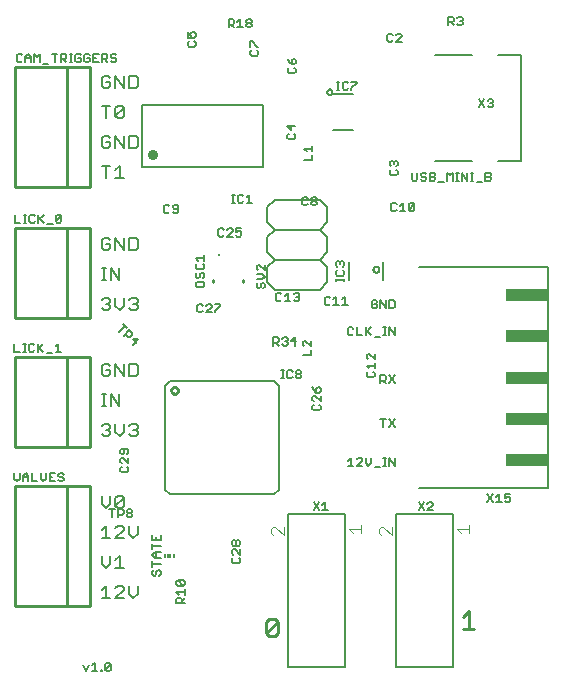
<source format=gbr>
G04 EAGLE Gerber RS-274X export*
G75*
%MOMM*%
%FSLAX34Y34*%
%LPD*%
%INSilkscreen Top*%
%IPPOS*%
%AMOC8*
5,1,8,0,0,1.08239X$1,22.5*%
G01*
%ADD10C,0.203200*%
%ADD11C,0.127000*%
%ADD12C,0.279400*%
%ADD13C,0.884400*%
%ADD14C,0.152400*%
%ADD15C,0.254000*%
%ADD16C,0.282838*%
%ADD17C,0.076200*%
%ADD18R,0.150000X0.300000*%
%ADD19R,0.300000X0.300000*%
%ADD20R,3.675000X1.050000*%


D10*
X80775Y422656D02*
X80775Y433333D01*
X77216Y433333D02*
X84334Y433333D01*
X88910Y429774D02*
X92469Y433333D01*
X92469Y422656D01*
X88910Y422656D02*
X96028Y422656D01*
X80775Y473456D02*
X80775Y484133D01*
X77216Y484133D02*
X84334Y484133D01*
X88910Y482354D02*
X88910Y475236D01*
X88910Y482354D02*
X90689Y484133D01*
X94249Y484133D01*
X96028Y482354D01*
X96028Y475236D01*
X94249Y473456D01*
X90689Y473456D01*
X88910Y475236D01*
X96028Y482354D01*
X84334Y507754D02*
X82555Y509533D01*
X78996Y509533D01*
X77216Y507754D01*
X77216Y500636D01*
X78996Y498856D01*
X82555Y498856D01*
X84334Y500636D01*
X84334Y504195D01*
X80775Y504195D01*
X88910Y509533D02*
X88910Y498856D01*
X96028Y498856D02*
X88910Y509533D01*
X96028Y509533D02*
X96028Y498856D01*
X100604Y498856D02*
X100604Y509533D01*
X100604Y498856D02*
X105943Y498856D01*
X107722Y500636D01*
X107722Y507754D01*
X105943Y509533D01*
X100604Y509533D01*
X82555Y458733D02*
X84334Y456954D01*
X82555Y458733D02*
X78996Y458733D01*
X77216Y456954D01*
X77216Y449836D01*
X78996Y448056D01*
X82555Y448056D01*
X84334Y449836D01*
X84334Y453395D01*
X80775Y453395D01*
X88910Y458733D02*
X88910Y448056D01*
X96028Y448056D02*
X88910Y458733D01*
X96028Y458733D02*
X96028Y448056D01*
X100604Y448056D02*
X100604Y458733D01*
X100604Y448056D02*
X105943Y448056D01*
X107722Y449836D01*
X107722Y456954D01*
X105943Y458733D01*
X100604Y458733D01*
X82555Y372373D02*
X84334Y370594D01*
X82555Y372373D02*
X78996Y372373D01*
X77216Y370594D01*
X77216Y363476D01*
X78996Y361696D01*
X82555Y361696D01*
X84334Y363476D01*
X84334Y367035D01*
X80775Y367035D01*
X88910Y372373D02*
X88910Y361696D01*
X96028Y361696D02*
X88910Y372373D01*
X96028Y372373D02*
X96028Y361696D01*
X100604Y361696D02*
X100604Y372373D01*
X100604Y361696D02*
X105943Y361696D01*
X107722Y363476D01*
X107722Y370594D01*
X105943Y372373D01*
X100604Y372373D01*
X80775Y336296D02*
X77216Y336296D01*
X78996Y336296D02*
X78996Y346973D01*
X80775Y346973D02*
X77216Y346973D01*
X85012Y346973D02*
X85012Y336296D01*
X92130Y336296D02*
X85012Y346973D01*
X92130Y346973D02*
X92130Y336296D01*
X78996Y321573D02*
X77216Y319794D01*
X78996Y321573D02*
X82555Y321573D01*
X84334Y319794D01*
X84334Y318014D01*
X82555Y316235D01*
X80775Y316235D01*
X82555Y316235D02*
X84334Y314455D01*
X84334Y312676D01*
X82555Y310896D01*
X78996Y310896D01*
X77216Y312676D01*
X88910Y314455D02*
X88910Y321573D01*
X88910Y314455D02*
X92469Y310896D01*
X96028Y314455D01*
X96028Y321573D01*
X100604Y319794D02*
X102383Y321573D01*
X105943Y321573D01*
X107722Y319794D01*
X107722Y318014D01*
X105943Y316235D01*
X104163Y316235D01*
X105943Y316235D02*
X107722Y314455D01*
X107722Y312676D01*
X105943Y310896D01*
X102383Y310896D01*
X100604Y312676D01*
X82555Y265693D02*
X84334Y263914D01*
X82555Y265693D02*
X78996Y265693D01*
X77216Y263914D01*
X77216Y256796D01*
X78996Y255016D01*
X82555Y255016D01*
X84334Y256796D01*
X84334Y260355D01*
X80775Y260355D01*
X88910Y265693D02*
X88910Y255016D01*
X96028Y255016D02*
X88910Y265693D01*
X96028Y265693D02*
X96028Y255016D01*
X100604Y255016D02*
X100604Y265693D01*
X100604Y255016D02*
X105943Y255016D01*
X107722Y256796D01*
X107722Y263914D01*
X105943Y265693D01*
X100604Y265693D01*
X80775Y229616D02*
X77216Y229616D01*
X78996Y229616D02*
X78996Y240293D01*
X80775Y240293D02*
X77216Y240293D01*
X85012Y240293D02*
X85012Y229616D01*
X92130Y229616D02*
X85012Y240293D01*
X92130Y240293D02*
X92130Y229616D01*
X78996Y214893D02*
X77216Y213114D01*
X78996Y214893D02*
X82555Y214893D01*
X84334Y213114D01*
X84334Y211334D01*
X82555Y209555D01*
X80775Y209555D01*
X82555Y209555D02*
X84334Y207775D01*
X84334Y205996D01*
X82555Y204216D01*
X78996Y204216D01*
X77216Y205996D01*
X88910Y207775D02*
X88910Y214893D01*
X88910Y207775D02*
X92469Y204216D01*
X96028Y207775D01*
X96028Y214893D01*
X100604Y213114D02*
X102383Y214893D01*
X105943Y214893D01*
X107722Y213114D01*
X107722Y211334D01*
X105943Y209555D01*
X104163Y209555D01*
X105943Y209555D02*
X107722Y207775D01*
X107722Y205996D01*
X105943Y204216D01*
X102383Y204216D01*
X100604Y205996D01*
X77216Y153933D02*
X77216Y146815D01*
X80775Y143256D01*
X84334Y146815D01*
X84334Y153933D01*
X88910Y152154D02*
X88910Y145036D01*
X88910Y152154D02*
X90689Y153933D01*
X94249Y153933D01*
X96028Y152154D01*
X96028Y145036D01*
X94249Y143256D01*
X90689Y143256D01*
X88910Y145036D01*
X96028Y152154D01*
X80775Y128533D02*
X77216Y124974D01*
X80775Y128533D02*
X80775Y117856D01*
X77216Y117856D02*
X84334Y117856D01*
X88910Y117856D02*
X96028Y117856D01*
X88910Y117856D02*
X96028Y124974D01*
X96028Y126754D01*
X94249Y128533D01*
X90689Y128533D01*
X88910Y126754D01*
X100604Y128533D02*
X100604Y121415D01*
X104163Y117856D01*
X107722Y121415D01*
X107722Y128533D01*
X77216Y103133D02*
X77216Y96015D01*
X80775Y92456D01*
X84334Y96015D01*
X84334Y103133D01*
X88910Y99574D02*
X92469Y103133D01*
X92469Y92456D01*
X88910Y92456D02*
X96028Y92456D01*
X80775Y77733D02*
X77216Y74174D01*
X80775Y77733D02*
X80775Y67056D01*
X77216Y67056D02*
X84334Y67056D01*
X88910Y67056D02*
X96028Y67056D01*
X88910Y67056D02*
X96028Y74174D01*
X96028Y75954D01*
X94249Y77733D01*
X90689Y77733D01*
X88910Y75954D01*
X100604Y77733D02*
X100604Y70615D01*
X104163Y67056D01*
X107722Y70615D01*
X107722Y77733D01*
D11*
X290461Y295407D02*
X289317Y296551D01*
X287029Y296551D01*
X285885Y295407D01*
X285885Y290831D01*
X287029Y289687D01*
X289317Y289687D01*
X290461Y290831D01*
X293369Y289687D02*
X293369Y296551D01*
X293369Y289687D02*
X297945Y289687D01*
X300853Y289687D02*
X300853Y296551D01*
X300853Y291975D02*
X305429Y296551D01*
X301997Y293119D02*
X305429Y289687D01*
X308337Y288543D02*
X312913Y288543D01*
X315821Y289687D02*
X318109Y289687D01*
X316965Y289687D02*
X316965Y296551D01*
X315821Y296551D02*
X318109Y296551D01*
X320811Y296551D02*
X320811Y289687D01*
X325387Y289687D02*
X320811Y296551D01*
X325387Y296551D02*
X325387Y289687D01*
X310418Y318267D02*
X309274Y319411D01*
X306987Y319411D01*
X305843Y318267D01*
X305843Y313691D01*
X306987Y312547D01*
X309274Y312547D01*
X310418Y313691D01*
X310418Y315979D01*
X308130Y315979D01*
X313327Y312547D02*
X313327Y319411D01*
X317903Y312547D01*
X317903Y319411D01*
X320811Y319411D02*
X320811Y312547D01*
X324243Y312547D01*
X325387Y313691D01*
X325387Y318267D01*
X324243Y319411D01*
X320811Y319411D01*
X315615Y219081D02*
X315615Y212217D01*
X313327Y219081D02*
X317903Y219081D01*
X320811Y219081D02*
X325387Y212217D01*
X320811Y212217D02*
X325387Y219081D01*
X313327Y249047D02*
X313327Y255911D01*
X316759Y255911D01*
X317903Y254767D01*
X317903Y252479D01*
X316759Y251335D01*
X313327Y251335D01*
X315615Y251335D02*
X317903Y249047D01*
X320811Y255911D02*
X325387Y249047D01*
X320811Y249047D02*
X325387Y255911D01*
X288173Y186061D02*
X285885Y183773D01*
X288173Y186061D02*
X288173Y179197D01*
X285885Y179197D02*
X290461Y179197D01*
X293369Y179197D02*
X297945Y179197D01*
X293369Y179197D02*
X297945Y183773D01*
X297945Y184917D01*
X296801Y186061D01*
X294513Y186061D01*
X293369Y184917D01*
X300853Y186061D02*
X300853Y181485D01*
X303141Y179197D01*
X305429Y181485D01*
X305429Y186061D01*
X308337Y178053D02*
X312913Y178053D01*
X315821Y179197D02*
X318109Y179197D01*
X316965Y179197D02*
X316965Y186061D01*
X315821Y186061D02*
X318109Y186061D01*
X320811Y186061D02*
X320811Y179197D01*
X325387Y179197D02*
X320811Y186061D01*
X325387Y186061D02*
X325387Y179197D01*
D12*
X216281Y47424D02*
X216281Y37425D01*
X216281Y47424D02*
X218781Y49924D01*
X223780Y49924D01*
X226280Y47424D01*
X226280Y37425D01*
X223780Y34925D01*
X218781Y34925D01*
X216281Y37425D01*
X226280Y47424D01*
X382905Y51528D02*
X387905Y56528D01*
X387905Y41529D01*
X392904Y41529D02*
X382905Y41529D01*
D11*
X63883Y5715D02*
X61595Y10291D01*
X66171Y10291D02*
X63883Y5715D01*
X69079Y10291D02*
X71367Y12579D01*
X71367Y5715D01*
X69079Y5715D02*
X73655Y5715D01*
X76563Y5715D02*
X76563Y6859D01*
X77707Y6859D01*
X77707Y5715D01*
X76563Y5715D01*
X80305Y6859D02*
X80305Y11435D01*
X81449Y12579D01*
X83737Y12579D01*
X84881Y11435D01*
X84881Y6859D01*
X83737Y5715D01*
X81449Y5715D01*
X80305Y6859D01*
X84881Y11435D01*
D13*
X120560Y442220D03*
D10*
X111560Y432470D02*
X213560Y432470D01*
X213560Y484470D01*
X111560Y484470D01*
X111560Y432470D01*
D11*
X187456Y402107D02*
X189744Y402107D01*
X188600Y402107D02*
X188600Y408971D01*
X187456Y408971D02*
X189744Y408971D01*
X195878Y408971D02*
X197022Y407827D01*
X195878Y408971D02*
X193590Y408971D01*
X192446Y407827D01*
X192446Y403251D01*
X193590Y402107D01*
X195878Y402107D01*
X197022Y403251D01*
X199930Y406683D02*
X202218Y408971D01*
X202218Y402107D01*
X199930Y402107D02*
X204506Y402107D01*
X412460Y437450D02*
X432460Y437450D01*
X432460Y527450D01*
X412460Y527450D01*
X390460Y437450D02*
X359460Y437450D01*
X359460Y527450D02*
X390460Y527450D01*
X396537Y489671D02*
X401113Y482807D01*
X396537Y482807D02*
X401113Y489671D01*
X404021Y488527D02*
X405165Y489671D01*
X407453Y489671D01*
X408597Y488527D01*
X408597Y487383D01*
X407453Y486239D01*
X406309Y486239D01*
X407453Y486239D02*
X408597Y485095D01*
X408597Y483951D01*
X407453Y482807D01*
X405165Y482807D01*
X404021Y483951D01*
X339875Y427465D02*
X339875Y421745D01*
X341019Y420601D01*
X343307Y420601D01*
X344451Y421745D01*
X344451Y427465D01*
X350791Y427465D02*
X351935Y426321D01*
X350791Y427465D02*
X348503Y427465D01*
X347359Y426321D01*
X347359Y425177D01*
X348503Y424033D01*
X350791Y424033D01*
X351935Y422889D01*
X351935Y421745D01*
X350791Y420601D01*
X348503Y420601D01*
X347359Y421745D01*
X354843Y420601D02*
X354843Y427465D01*
X358275Y427465D01*
X359419Y426321D01*
X359419Y425177D01*
X358275Y424033D01*
X359419Y422889D01*
X359419Y421745D01*
X358275Y420601D01*
X354843Y420601D01*
X354843Y424033D02*
X358275Y424033D01*
X362327Y419457D02*
X366903Y419457D01*
X369812Y420601D02*
X369812Y427465D01*
X372099Y425177D01*
X374387Y427465D01*
X374387Y420601D01*
X377296Y420601D02*
X379584Y420601D01*
X378440Y420601D02*
X378440Y427465D01*
X377296Y427465D02*
X379584Y427465D01*
X382285Y427465D02*
X382285Y420601D01*
X386861Y420601D02*
X382285Y427465D01*
X386861Y427465D02*
X386861Y420601D01*
X389769Y420601D02*
X392057Y420601D01*
X390913Y420601D02*
X390913Y427465D01*
X389769Y427465D02*
X392057Y427465D01*
X394759Y419457D02*
X399335Y419457D01*
X402243Y420601D02*
X402243Y427465D01*
X405675Y427465D01*
X406819Y426321D01*
X406819Y425177D01*
X405675Y424033D01*
X406819Y422889D01*
X406819Y421745D01*
X405675Y420601D01*
X402243Y420601D01*
X402243Y424033D02*
X405675Y424033D01*
D14*
X268372Y334922D02*
X262022Y328572D01*
X268372Y347622D02*
X262022Y353972D01*
X268372Y360322D01*
X268372Y373022D02*
X262022Y379372D01*
X262022Y328572D02*
X223922Y328572D01*
X217572Y334922D01*
X217572Y347622D01*
X223922Y353972D01*
X217572Y360322D01*
X217572Y373022D01*
X223922Y379372D01*
X223922Y353972D02*
X262022Y353972D01*
X262022Y379372D02*
X223922Y379372D01*
X268372Y373022D02*
X268372Y360322D01*
X268372Y347622D02*
X268372Y334922D01*
X262022Y379372D02*
X268372Y385722D01*
X268372Y398422D02*
X262022Y404772D01*
X223922Y379372D02*
X217572Y385722D01*
X217572Y398422D01*
X223922Y404772D01*
X262022Y404772D01*
X268372Y398422D02*
X268372Y385722D01*
D11*
X209651Y334398D02*
X208507Y333254D01*
X208507Y330967D01*
X209651Y329823D01*
X210795Y329823D01*
X211939Y330967D01*
X211939Y333254D01*
X213083Y334398D01*
X214227Y334398D01*
X215371Y333254D01*
X215371Y330967D01*
X214227Y329823D01*
X213083Y337307D02*
X208507Y337307D01*
X213083Y337307D02*
X215371Y339595D01*
X213083Y341883D01*
X208507Y341883D01*
X215371Y344791D02*
X215371Y349367D01*
X215371Y344791D02*
X210795Y349367D01*
X209651Y349367D01*
X208507Y348223D01*
X208507Y345935D01*
X209651Y344791D01*
X222670Y288047D02*
X222670Y281183D01*
X222670Y288047D02*
X226102Y288047D01*
X227246Y286903D01*
X227246Y284615D01*
X226102Y283471D01*
X222670Y283471D01*
X224958Y283471D02*
X227246Y281183D01*
X230154Y286903D02*
X231298Y288047D01*
X233586Y288047D01*
X234730Y286903D01*
X234730Y285759D01*
X233586Y284615D01*
X232442Y284615D01*
X233586Y284615D02*
X234730Y283471D01*
X234730Y282327D01*
X233586Y281183D01*
X231298Y281183D01*
X230154Y282327D01*
X241070Y281183D02*
X241070Y288047D01*
X237638Y284615D01*
X242214Y284615D01*
X256857Y230926D02*
X255713Y229782D01*
X255713Y227495D01*
X256857Y226351D01*
X261433Y226351D01*
X262577Y227495D01*
X262577Y229782D01*
X261433Y230926D01*
X262577Y233835D02*
X262577Y238411D01*
X262577Y233835D02*
X258001Y238411D01*
X256857Y238411D01*
X255713Y237267D01*
X255713Y234979D01*
X256857Y233835D01*
X256857Y243607D02*
X255713Y245895D01*
X256857Y243607D02*
X259145Y241319D01*
X261433Y241319D01*
X262577Y242463D01*
X262577Y244751D01*
X261433Y245895D01*
X260289Y245895D01*
X259145Y244751D01*
X259145Y241319D01*
X162878Y314897D02*
X161734Y316041D01*
X159447Y316041D01*
X158303Y314897D01*
X158303Y310321D01*
X159447Y309177D01*
X161734Y309177D01*
X162878Y310321D01*
X165787Y309177D02*
X170363Y309177D01*
X165787Y309177D02*
X170363Y313753D01*
X170363Y314897D01*
X169219Y316041D01*
X166931Y316041D01*
X165787Y314897D01*
X173271Y316041D02*
X177847Y316041D01*
X177847Y314897D01*
X173271Y310321D01*
X173271Y309177D01*
X188611Y101237D02*
X187467Y100093D01*
X187467Y97805D01*
X188611Y96661D01*
X193187Y96661D01*
X194331Y97805D01*
X194331Y100093D01*
X193187Y101237D01*
X194331Y104145D02*
X194331Y108721D01*
X194331Y104145D02*
X189755Y108721D01*
X188611Y108721D01*
X187467Y107577D01*
X187467Y105289D01*
X188611Y104145D01*
X188611Y111629D02*
X187467Y112773D01*
X187467Y115061D01*
X188611Y116205D01*
X189755Y116205D01*
X190899Y115061D01*
X192043Y116205D01*
X193187Y116205D01*
X194331Y115061D01*
X194331Y112773D01*
X193187Y111629D01*
X192043Y111629D01*
X190899Y112773D01*
X189755Y111629D01*
X188611Y111629D01*
X190899Y112773D02*
X190899Y115061D01*
X180610Y379159D02*
X179466Y380303D01*
X177179Y380303D01*
X176035Y379159D01*
X176035Y374583D01*
X177179Y373439D01*
X179466Y373439D01*
X180610Y374583D01*
X183519Y373439D02*
X188095Y373439D01*
X183519Y373439D02*
X188095Y378015D01*
X188095Y379159D01*
X186951Y380303D01*
X184663Y380303D01*
X183519Y379159D01*
X191003Y380303D02*
X195579Y380303D01*
X191003Y380303D02*
X191003Y376871D01*
X193291Y378015D01*
X194435Y378015D01*
X195579Y376871D01*
X195579Y374583D01*
X194435Y373439D01*
X192147Y373439D01*
X191003Y374583D01*
X94081Y178536D02*
X92937Y177392D01*
X92937Y175105D01*
X94081Y173961D01*
X98657Y173961D01*
X99801Y175105D01*
X99801Y177392D01*
X98657Y178536D01*
X99801Y181445D02*
X99801Y186021D01*
X99801Y181445D02*
X95225Y186021D01*
X94081Y186021D01*
X92937Y184877D01*
X92937Y182589D01*
X94081Y181445D01*
X98657Y188929D02*
X99801Y190073D01*
X99801Y192361D01*
X98657Y193505D01*
X94081Y193505D01*
X92937Y192361D01*
X92937Y190073D01*
X94081Y188929D01*
X95225Y188929D01*
X96369Y190073D01*
X96369Y193505D01*
D10*
X131070Y247200D02*
X135070Y251200D01*
X223070Y251200D01*
X227070Y247200D01*
X227070Y159200D01*
X223070Y155200D01*
X135070Y155200D01*
X131070Y159200D01*
X131070Y247200D01*
D15*
X136243Y243200D02*
X136245Y243306D01*
X136251Y243411D01*
X136261Y243517D01*
X136275Y243621D01*
X136292Y243726D01*
X136314Y243829D01*
X136339Y243932D01*
X136369Y244033D01*
X136402Y244134D01*
X136438Y244233D01*
X136479Y244330D01*
X136523Y244427D01*
X136571Y244521D01*
X136622Y244614D01*
X136676Y244704D01*
X136734Y244793D01*
X136795Y244879D01*
X136860Y244963D01*
X136927Y245044D01*
X136998Y245123D01*
X137071Y245199D01*
X137147Y245272D01*
X137226Y245343D01*
X137307Y245410D01*
X137391Y245475D01*
X137477Y245536D01*
X137566Y245594D01*
X137657Y245648D01*
X137749Y245699D01*
X137843Y245747D01*
X137940Y245791D01*
X138037Y245832D01*
X138136Y245868D01*
X138237Y245901D01*
X138338Y245931D01*
X138441Y245956D01*
X138544Y245978D01*
X138649Y245995D01*
X138753Y246009D01*
X138859Y246019D01*
X138964Y246025D01*
X139070Y246027D01*
X139176Y246025D01*
X139281Y246019D01*
X139387Y246009D01*
X139491Y245995D01*
X139596Y245978D01*
X139699Y245956D01*
X139802Y245931D01*
X139903Y245901D01*
X140004Y245868D01*
X140103Y245832D01*
X140200Y245791D01*
X140297Y245747D01*
X140391Y245699D01*
X140484Y245648D01*
X140574Y245594D01*
X140663Y245536D01*
X140749Y245475D01*
X140833Y245410D01*
X140914Y245343D01*
X140993Y245272D01*
X141069Y245199D01*
X141142Y245123D01*
X141213Y245044D01*
X141280Y244963D01*
X141345Y244879D01*
X141406Y244793D01*
X141464Y244704D01*
X141518Y244613D01*
X141569Y244521D01*
X141617Y244427D01*
X141661Y244330D01*
X141702Y244233D01*
X141738Y244134D01*
X141771Y244033D01*
X141801Y243932D01*
X141826Y243829D01*
X141848Y243726D01*
X141865Y243621D01*
X141879Y243517D01*
X141889Y243411D01*
X141895Y243306D01*
X141897Y243200D01*
X141895Y243094D01*
X141889Y242989D01*
X141879Y242883D01*
X141865Y242779D01*
X141848Y242674D01*
X141826Y242571D01*
X141801Y242468D01*
X141771Y242367D01*
X141738Y242266D01*
X141702Y242167D01*
X141661Y242070D01*
X141617Y241973D01*
X141569Y241879D01*
X141518Y241786D01*
X141464Y241696D01*
X141406Y241607D01*
X141345Y241521D01*
X141280Y241437D01*
X141213Y241356D01*
X141142Y241277D01*
X141069Y241201D01*
X140993Y241128D01*
X140914Y241057D01*
X140833Y240990D01*
X140749Y240925D01*
X140663Y240864D01*
X140574Y240806D01*
X140483Y240752D01*
X140391Y240701D01*
X140297Y240653D01*
X140200Y240609D01*
X140103Y240568D01*
X140004Y240532D01*
X139903Y240499D01*
X139802Y240469D01*
X139699Y240444D01*
X139596Y240422D01*
X139491Y240405D01*
X139387Y240391D01*
X139281Y240381D01*
X139176Y240375D01*
X139070Y240373D01*
X138964Y240375D01*
X138859Y240381D01*
X138753Y240391D01*
X138649Y240405D01*
X138544Y240422D01*
X138441Y240444D01*
X138338Y240469D01*
X138237Y240499D01*
X138136Y240532D01*
X138037Y240568D01*
X137940Y240609D01*
X137843Y240653D01*
X137749Y240701D01*
X137656Y240752D01*
X137566Y240806D01*
X137477Y240864D01*
X137391Y240925D01*
X137307Y240990D01*
X137226Y241057D01*
X137147Y241128D01*
X137071Y241201D01*
X136998Y241277D01*
X136927Y241356D01*
X136860Y241437D01*
X136795Y241521D01*
X136734Y241607D01*
X136676Y241696D01*
X136622Y241787D01*
X136571Y241879D01*
X136523Y241973D01*
X136479Y242070D01*
X136438Y242167D01*
X136402Y242266D01*
X136369Y242367D01*
X136339Y242468D01*
X136314Y242571D01*
X136292Y242674D01*
X136275Y242779D01*
X136261Y242883D01*
X136251Y242989D01*
X136245Y243094D01*
X136243Y243200D01*
D11*
X229287Y253351D02*
X231575Y253351D01*
X230431Y253351D02*
X230431Y260215D01*
X229287Y260215D02*
X231575Y260215D01*
X237708Y260215D02*
X238852Y259071D01*
X237708Y260215D02*
X235420Y260215D01*
X234276Y259071D01*
X234276Y254495D01*
X235420Y253351D01*
X237708Y253351D01*
X238852Y254495D01*
X241761Y259071D02*
X242905Y260215D01*
X245193Y260215D01*
X246337Y259071D01*
X246337Y257927D01*
X245193Y256783D01*
X246337Y255639D01*
X246337Y254495D01*
X245193Y253351D01*
X242905Y253351D01*
X241761Y254495D01*
X241761Y255639D01*
X242905Y256783D01*
X241761Y257927D01*
X241761Y259071D01*
X242905Y256783D02*
X245193Y256783D01*
X203123Y530007D02*
X204267Y531151D01*
X203123Y530007D02*
X203123Y527719D01*
X204267Y526575D01*
X208843Y526575D01*
X209987Y527719D01*
X209987Y530007D01*
X208843Y531151D01*
X203123Y534059D02*
X203123Y538635D01*
X204267Y538635D01*
X208843Y534059D01*
X209987Y534059D01*
X151181Y538771D02*
X150037Y537627D01*
X150037Y535339D01*
X151181Y534195D01*
X155757Y534195D01*
X156901Y535339D01*
X156901Y537627D01*
X155757Y538771D01*
X150037Y541679D02*
X150037Y546255D01*
X150037Y541679D02*
X153469Y541679D01*
X152325Y543967D01*
X152325Y545111D01*
X153469Y546255D01*
X155757Y546255D01*
X156901Y545111D01*
X156901Y542823D01*
X155757Y541679D01*
X250633Y406721D02*
X251777Y405577D01*
X250633Y406721D02*
X248345Y406721D01*
X247201Y405577D01*
X247201Y401001D01*
X248345Y399857D01*
X250633Y399857D01*
X251777Y401001D01*
X254685Y405577D02*
X255829Y406721D01*
X258117Y406721D01*
X259261Y405577D01*
X259261Y404433D01*
X258117Y403289D01*
X259261Y402145D01*
X259261Y401001D01*
X258117Y399857D01*
X255829Y399857D01*
X254685Y401001D01*
X254685Y402145D01*
X255829Y403289D01*
X254685Y404433D01*
X254685Y405577D01*
X255829Y403289D02*
X258117Y403289D01*
X134563Y399195D02*
X133419Y400339D01*
X131131Y400339D01*
X129987Y399195D01*
X129987Y394619D01*
X131131Y393475D01*
X133419Y393475D01*
X134563Y394619D01*
X137471Y394619D02*
X138615Y393475D01*
X140903Y393475D01*
X142047Y394619D01*
X142047Y399195D01*
X140903Y400339D01*
X138615Y400339D01*
X137471Y399195D01*
X137471Y398051D01*
X138615Y396907D01*
X142047Y396907D01*
X321069Y428783D02*
X322213Y429927D01*
X321069Y428783D02*
X321069Y426495D01*
X322213Y425351D01*
X326789Y425351D01*
X327933Y426495D01*
X327933Y428783D01*
X326789Y429927D01*
X322213Y432835D02*
X321069Y433979D01*
X321069Y436267D01*
X322213Y437411D01*
X323357Y437411D01*
X324501Y436267D01*
X324501Y435123D01*
X324501Y436267D02*
X325645Y437411D01*
X326789Y437411D01*
X327933Y436267D01*
X327933Y433979D01*
X326789Y432835D01*
X235523Y460539D02*
X234379Y459395D01*
X234379Y457107D01*
X235523Y455963D01*
X240099Y455963D01*
X241243Y457107D01*
X241243Y459395D01*
X240099Y460539D01*
X241243Y466879D02*
X234379Y466879D01*
X237811Y463447D01*
X237811Y468023D01*
X234633Y515227D02*
X235777Y516371D01*
X234633Y515227D02*
X234633Y512939D01*
X235777Y511795D01*
X240353Y511795D01*
X241497Y512939D01*
X241497Y515227D01*
X240353Y516371D01*
X235777Y521567D02*
X234633Y523855D01*
X235777Y521567D02*
X238065Y519279D01*
X240353Y519279D01*
X241497Y520423D01*
X241497Y522711D01*
X240353Y523855D01*
X239209Y523855D01*
X238065Y522711D01*
X238065Y519279D01*
X248735Y438085D02*
X255599Y438085D01*
X255599Y442661D01*
X251023Y445569D02*
X248735Y447857D01*
X255599Y447857D01*
X255599Y445569D02*
X255599Y450145D01*
X323675Y544172D02*
X322531Y545316D01*
X320243Y545316D01*
X319099Y544172D01*
X319099Y539596D01*
X320243Y538452D01*
X322531Y538452D01*
X323675Y539596D01*
X326583Y538452D02*
X331159Y538452D01*
X326583Y538452D02*
X331159Y543028D01*
X331159Y544172D01*
X330015Y545316D01*
X327727Y545316D01*
X326583Y544172D01*
X184785Y550631D02*
X184785Y557495D01*
X188217Y557495D01*
X189361Y556351D01*
X189361Y554063D01*
X188217Y552919D01*
X184785Y552919D01*
X187073Y552919D02*
X189361Y550631D01*
X192269Y555207D02*
X194557Y557495D01*
X194557Y550631D01*
X192269Y550631D02*
X196845Y550631D01*
X199753Y556351D02*
X200897Y557495D01*
X203185Y557495D01*
X204329Y556351D01*
X204329Y555207D01*
X203185Y554063D01*
X204329Y552919D01*
X204329Y551775D01*
X203185Y550631D01*
X200897Y550631D01*
X199753Y551775D01*
X199753Y552919D01*
X200897Y554063D01*
X199753Y555207D01*
X199753Y556351D01*
X200897Y554063D02*
X203185Y554063D01*
X370763Y552410D02*
X370763Y559274D01*
X374195Y559274D01*
X375339Y558130D01*
X375339Y555842D01*
X374195Y554698D01*
X370763Y554698D01*
X373051Y554698D02*
X375339Y552410D01*
X378247Y558130D02*
X379391Y559274D01*
X381679Y559274D01*
X382823Y558130D01*
X382823Y556986D01*
X381679Y555842D01*
X380535Y555842D01*
X381679Y555842D02*
X382823Y554698D01*
X382823Y553554D01*
X381679Y552410D01*
X379391Y552410D01*
X378247Y553554D01*
D15*
X196904Y337042D02*
X196904Y335042D01*
X171904Y335042D02*
X171904Y337042D01*
D16*
X176404Y358042D03*
D11*
X156959Y334019D02*
X156959Y331731D01*
X158103Y330587D01*
X162679Y330587D01*
X163823Y331731D01*
X163823Y334019D01*
X162679Y335163D01*
X158103Y335163D01*
X156959Y334019D01*
X156959Y341503D02*
X158103Y342647D01*
X156959Y341503D02*
X156959Y339215D01*
X158103Y338071D01*
X159247Y338071D01*
X160391Y339215D01*
X160391Y341503D01*
X161535Y342647D01*
X162679Y342647D01*
X163823Y341503D01*
X163823Y339215D01*
X162679Y338071D01*
X156959Y348987D02*
X158103Y350131D01*
X156959Y348987D02*
X156959Y346699D01*
X158103Y345555D01*
X162679Y345555D01*
X163823Y346699D01*
X163823Y348987D01*
X162679Y350131D01*
X159247Y353039D02*
X156959Y355327D01*
X163823Y355327D01*
X163823Y353039D02*
X163823Y357615D01*
X269497Y322459D02*
X270641Y321315D01*
X269497Y322459D02*
X267209Y322459D01*
X266065Y321315D01*
X266065Y316739D01*
X267209Y315595D01*
X269497Y315595D01*
X270641Y316739D01*
X273549Y320171D02*
X275837Y322459D01*
X275837Y315595D01*
X273549Y315595D02*
X278125Y315595D01*
X281033Y320171D02*
X283321Y322459D01*
X283321Y315595D01*
X281033Y315595D02*
X285609Y315595D01*
D14*
X315220Y336360D02*
X315220Y351980D01*
X286770Y351980D02*
X286770Y336360D01*
D11*
X307340Y345440D02*
X307342Y345540D01*
X307348Y345641D01*
X307358Y345740D01*
X307372Y345840D01*
X307389Y345939D01*
X307411Y346037D01*
X307437Y346134D01*
X307466Y346230D01*
X307499Y346324D01*
X307536Y346418D01*
X307576Y346510D01*
X307620Y346600D01*
X307668Y346688D01*
X307719Y346775D01*
X307773Y346859D01*
X307831Y346941D01*
X307892Y347021D01*
X307956Y347098D01*
X308023Y347173D01*
X308093Y347245D01*
X308166Y347314D01*
X308241Y347380D01*
X308319Y347444D01*
X308399Y347504D01*
X308482Y347561D01*
X308567Y347614D01*
X308654Y347664D01*
X308743Y347711D01*
X308833Y347754D01*
X308925Y347794D01*
X309019Y347830D01*
X309114Y347862D01*
X309210Y347890D01*
X309308Y347915D01*
X309406Y347935D01*
X309505Y347952D01*
X309605Y347965D01*
X309704Y347974D01*
X309805Y347979D01*
X309905Y347980D01*
X310005Y347977D01*
X310106Y347970D01*
X310205Y347959D01*
X310305Y347944D01*
X310403Y347926D01*
X310501Y347903D01*
X310598Y347876D01*
X310693Y347846D01*
X310788Y347812D01*
X310881Y347774D01*
X310972Y347733D01*
X311062Y347688D01*
X311150Y347640D01*
X311236Y347588D01*
X311320Y347533D01*
X311401Y347474D01*
X311480Y347412D01*
X311557Y347348D01*
X311631Y347280D01*
X311702Y347209D01*
X311771Y347136D01*
X311836Y347060D01*
X311899Y346981D01*
X311958Y346900D01*
X312014Y346817D01*
X312067Y346732D01*
X312116Y346644D01*
X312162Y346555D01*
X312204Y346464D01*
X312243Y346371D01*
X312278Y346277D01*
X312309Y346182D01*
X312337Y346085D01*
X312360Y345988D01*
X312380Y345889D01*
X312396Y345790D01*
X312408Y345691D01*
X312416Y345590D01*
X312420Y345490D01*
X312420Y345390D01*
X312416Y345290D01*
X312408Y345189D01*
X312396Y345090D01*
X312380Y344991D01*
X312360Y344892D01*
X312337Y344795D01*
X312309Y344698D01*
X312278Y344603D01*
X312243Y344509D01*
X312204Y344416D01*
X312162Y344325D01*
X312116Y344236D01*
X312067Y344148D01*
X312014Y344063D01*
X311958Y343980D01*
X311899Y343899D01*
X311836Y343820D01*
X311771Y343744D01*
X311702Y343671D01*
X311631Y343600D01*
X311557Y343532D01*
X311480Y343468D01*
X311401Y343406D01*
X311320Y343347D01*
X311236Y343292D01*
X311150Y343240D01*
X311062Y343192D01*
X310972Y343147D01*
X310881Y343106D01*
X310788Y343068D01*
X310693Y343034D01*
X310598Y343004D01*
X310501Y342977D01*
X310403Y342954D01*
X310305Y342936D01*
X310205Y342921D01*
X310106Y342910D01*
X310005Y342903D01*
X309905Y342900D01*
X309805Y342901D01*
X309704Y342906D01*
X309605Y342915D01*
X309505Y342928D01*
X309406Y342945D01*
X309308Y342965D01*
X309210Y342990D01*
X309114Y343018D01*
X309019Y343050D01*
X308925Y343086D01*
X308833Y343126D01*
X308743Y343169D01*
X308654Y343216D01*
X308567Y343266D01*
X308482Y343319D01*
X308399Y343376D01*
X308319Y343436D01*
X308241Y343500D01*
X308166Y343566D01*
X308093Y343635D01*
X308023Y343707D01*
X307956Y343782D01*
X307892Y343859D01*
X307831Y343939D01*
X307773Y344021D01*
X307719Y344105D01*
X307668Y344192D01*
X307620Y344280D01*
X307576Y344370D01*
X307536Y344462D01*
X307499Y344556D01*
X307466Y344650D01*
X307437Y344746D01*
X307411Y344843D01*
X307389Y344941D01*
X307372Y345040D01*
X307358Y345140D01*
X307348Y345239D01*
X307342Y345340D01*
X307340Y345440D01*
X282573Y337695D02*
X282573Y335407D01*
X282573Y336551D02*
X275709Y336551D01*
X275709Y335407D02*
X275709Y337695D01*
X275709Y343828D02*
X276853Y344972D01*
X275709Y343828D02*
X275709Y341540D01*
X276853Y340396D01*
X281429Y340396D01*
X282573Y341540D01*
X282573Y343828D01*
X281429Y344972D01*
X276853Y347881D02*
X275709Y349025D01*
X275709Y351313D01*
X276853Y352457D01*
X277997Y352457D01*
X279141Y351313D01*
X279141Y350169D01*
X279141Y351313D02*
X280285Y352457D01*
X281429Y352457D01*
X282573Y351313D01*
X282573Y349025D01*
X281429Y347881D01*
X326928Y400817D02*
X325784Y401961D01*
X323497Y401961D01*
X322353Y400817D01*
X322353Y396241D01*
X323497Y395097D01*
X325784Y395097D01*
X326928Y396241D01*
X329837Y399673D02*
X332125Y401961D01*
X332125Y395097D01*
X329837Y395097D02*
X334413Y395097D01*
X337321Y396241D02*
X337321Y400817D01*
X338465Y401961D01*
X340753Y401961D01*
X341897Y400817D01*
X341897Y396241D01*
X340753Y395097D01*
X338465Y395097D01*
X337321Y396241D01*
X341897Y400817D01*
X302763Y258957D02*
X301619Y257813D01*
X301619Y255525D01*
X302763Y254381D01*
X307339Y254381D01*
X308483Y255525D01*
X308483Y257813D01*
X307339Y258957D01*
X303907Y261865D02*
X301619Y264153D01*
X308483Y264153D01*
X308483Y261865D02*
X308483Y266441D01*
X308483Y269349D02*
X308483Y273925D01*
X308483Y269349D02*
X303907Y273925D01*
X302763Y273925D01*
X301619Y272781D01*
X301619Y270493D01*
X302763Y269349D01*
D15*
X67310Y304800D02*
X67310Y381000D01*
X67310Y304800D02*
X48260Y304800D01*
X3810Y304800D01*
X3810Y381000D01*
X48260Y381000D01*
X67310Y381000D01*
X48260Y381000D02*
X48260Y304800D01*
D11*
X3697Y385107D02*
X3697Y391971D01*
X3697Y385107D02*
X8273Y385107D01*
X11181Y385107D02*
X13469Y385107D01*
X12325Y385107D02*
X12325Y391971D01*
X11181Y391971D02*
X13469Y391971D01*
X19603Y391971D02*
X20747Y390827D01*
X19603Y391971D02*
X17315Y391971D01*
X16171Y390827D01*
X16171Y386251D01*
X17315Y385107D01*
X19603Y385107D01*
X20747Y386251D01*
X23655Y385107D02*
X23655Y391971D01*
X23655Y387395D02*
X28231Y391971D01*
X24799Y388539D02*
X28231Y385107D01*
X31139Y383963D02*
X35715Y383963D01*
X38623Y386251D02*
X38623Y390827D01*
X39767Y391971D01*
X42055Y391971D01*
X43199Y390827D01*
X43199Y386251D01*
X42055Y385107D01*
X39767Y385107D01*
X38623Y386251D01*
X43199Y390827D01*
D15*
X67310Y271780D02*
X67310Y195580D01*
X48260Y195580D01*
X3810Y195580D01*
X3810Y271780D01*
X48260Y271780D01*
X67310Y271780D01*
X48260Y271780D02*
X48260Y195580D01*
D11*
X3333Y275865D02*
X3333Y282729D01*
X3333Y275865D02*
X7909Y275865D01*
X10817Y275865D02*
X13105Y275865D01*
X11961Y275865D02*
X11961Y282729D01*
X10817Y282729D02*
X13105Y282729D01*
X19239Y282729D02*
X20383Y281585D01*
X19239Y282729D02*
X16951Y282729D01*
X15807Y281585D01*
X15807Y277009D01*
X16951Y275865D01*
X19239Y275865D01*
X20383Y277009D01*
X23291Y275865D02*
X23291Y282729D01*
X23291Y278153D02*
X27867Y282729D01*
X24435Y279297D02*
X27867Y275865D01*
X30775Y274721D02*
X35351Y274721D01*
X38259Y280441D02*
X40547Y282729D01*
X40547Y275865D01*
X38259Y275865D02*
X42835Y275865D01*
X273440Y493790D02*
X290440Y493790D01*
X289940Y463790D02*
X273440Y463790D01*
X268204Y495790D02*
X268206Y495884D01*
X268212Y495978D01*
X268222Y496072D01*
X268236Y496165D01*
X268254Y496258D01*
X268275Y496350D01*
X268301Y496440D01*
X268330Y496530D01*
X268363Y496618D01*
X268400Y496705D01*
X268440Y496790D01*
X268484Y496874D01*
X268532Y496955D01*
X268582Y497035D01*
X268637Y497112D01*
X268694Y497187D01*
X268754Y497259D01*
X268818Y497329D01*
X268884Y497396D01*
X268953Y497460D01*
X269025Y497521D01*
X269099Y497579D01*
X269176Y497634D01*
X269255Y497686D01*
X269336Y497734D01*
X269419Y497779D01*
X269503Y497820D01*
X269590Y497858D01*
X269678Y497892D01*
X269767Y497922D01*
X269857Y497949D01*
X269949Y497971D01*
X270041Y497990D01*
X270135Y498005D01*
X270228Y498016D01*
X270322Y498023D01*
X270416Y498026D01*
X270511Y498025D01*
X270605Y498020D01*
X270699Y498011D01*
X270792Y497998D01*
X270885Y497981D01*
X270977Y497961D01*
X271068Y497936D01*
X271158Y497908D01*
X271246Y497876D01*
X271334Y497840D01*
X271419Y497800D01*
X271503Y497757D01*
X271585Y497711D01*
X271665Y497661D01*
X271743Y497607D01*
X271818Y497551D01*
X271891Y497491D01*
X271962Y497428D01*
X272029Y497363D01*
X272094Y497294D01*
X272156Y497223D01*
X272215Y497150D01*
X272271Y497074D01*
X272323Y496995D01*
X272372Y496915D01*
X272418Y496832D01*
X272460Y496748D01*
X272499Y496662D01*
X272534Y496574D01*
X272565Y496485D01*
X272593Y496395D01*
X272616Y496304D01*
X272636Y496212D01*
X272652Y496119D01*
X272664Y496025D01*
X272672Y495931D01*
X272676Y495837D01*
X272676Y495743D01*
X272672Y495649D01*
X272664Y495555D01*
X272652Y495461D01*
X272636Y495368D01*
X272616Y495276D01*
X272593Y495185D01*
X272565Y495095D01*
X272534Y495006D01*
X272499Y494918D01*
X272460Y494832D01*
X272418Y494748D01*
X272372Y494665D01*
X272323Y494585D01*
X272271Y494506D01*
X272215Y494430D01*
X272156Y494357D01*
X272094Y494286D01*
X272029Y494217D01*
X271962Y494152D01*
X271891Y494089D01*
X271818Y494029D01*
X271743Y493973D01*
X271665Y493919D01*
X271585Y493869D01*
X271503Y493823D01*
X271419Y493780D01*
X271334Y493740D01*
X271246Y493704D01*
X271158Y493672D01*
X271068Y493644D01*
X270977Y493619D01*
X270885Y493599D01*
X270792Y493582D01*
X270699Y493569D01*
X270605Y493560D01*
X270511Y493555D01*
X270416Y493554D01*
X270322Y493557D01*
X270228Y493564D01*
X270135Y493575D01*
X270041Y493590D01*
X269949Y493609D01*
X269857Y493631D01*
X269767Y493658D01*
X269678Y493688D01*
X269590Y493722D01*
X269503Y493760D01*
X269419Y493801D01*
X269336Y493846D01*
X269255Y493894D01*
X269176Y493946D01*
X269099Y494001D01*
X269025Y494059D01*
X268953Y494120D01*
X268884Y494184D01*
X268818Y494251D01*
X268754Y494321D01*
X268694Y494393D01*
X268637Y494468D01*
X268582Y494545D01*
X268532Y494625D01*
X268484Y494706D01*
X268440Y494790D01*
X268400Y494875D01*
X268363Y494962D01*
X268330Y495050D01*
X268301Y495140D01*
X268275Y495230D01*
X268254Y495322D01*
X268236Y495415D01*
X268222Y495508D01*
X268212Y495602D01*
X268206Y495696D01*
X268204Y495790D01*
X276211Y497773D02*
X278499Y497773D01*
X277355Y497773D02*
X277355Y504637D01*
X276211Y504637D02*
X278499Y504637D01*
X284632Y504637D02*
X285776Y503493D01*
X284632Y504637D02*
X282344Y504637D01*
X281200Y503493D01*
X281200Y498917D01*
X282344Y497773D01*
X284632Y497773D01*
X285776Y498917D01*
X288685Y504637D02*
X293261Y504637D01*
X293261Y503493D01*
X288685Y498917D01*
X288685Y497773D01*
X254381Y272923D02*
X247517Y272923D01*
X254381Y272923D02*
X254381Y277499D01*
X254381Y280407D02*
X254381Y284983D01*
X254381Y280407D02*
X249805Y284983D01*
X248661Y284983D01*
X247517Y283839D01*
X247517Y281551D01*
X248661Y280407D01*
X229532Y324617D02*
X228388Y325761D01*
X226100Y325761D01*
X224956Y324617D01*
X224956Y320041D01*
X226100Y318897D01*
X228388Y318897D01*
X229532Y320041D01*
X232440Y323473D02*
X234728Y325761D01*
X234728Y318897D01*
X232440Y318897D02*
X237016Y318897D01*
X239924Y324617D02*
X241068Y325761D01*
X243356Y325761D01*
X244500Y324617D01*
X244500Y323473D01*
X243356Y322329D01*
X242212Y322329D01*
X243356Y322329D02*
X244500Y321185D01*
X244500Y320041D01*
X243356Y318897D01*
X241068Y318897D01*
X239924Y320041D01*
D15*
X67310Y415290D02*
X67310Y516890D01*
X67310Y415290D02*
X48260Y415290D01*
X3810Y415290D01*
X3810Y516890D01*
X48260Y516890D01*
X67310Y516890D01*
X48260Y516890D02*
X48260Y415290D01*
D11*
X9783Y526801D02*
X8639Y527945D01*
X6351Y527945D01*
X5207Y526801D01*
X5207Y522225D01*
X6351Y521081D01*
X8639Y521081D01*
X9783Y522225D01*
X12691Y521081D02*
X12691Y525657D01*
X14979Y527945D01*
X17267Y525657D01*
X17267Y521081D01*
X17267Y524513D02*
X12691Y524513D01*
X20175Y521081D02*
X20175Y527945D01*
X22463Y525657D01*
X24751Y527945D01*
X24751Y521081D01*
X27659Y519937D02*
X32235Y519937D01*
X37432Y521081D02*
X37432Y527945D01*
X35144Y527945D02*
X39720Y527945D01*
X42628Y527945D02*
X42628Y521081D01*
X42628Y527945D02*
X46060Y527945D01*
X47204Y526801D01*
X47204Y524513D01*
X46060Y523369D01*
X42628Y523369D01*
X44916Y523369D02*
X47204Y521081D01*
X50112Y521081D02*
X52400Y521081D01*
X51256Y521081D02*
X51256Y527945D01*
X50112Y527945D02*
X52400Y527945D01*
X58533Y527945D02*
X59677Y526801D01*
X58533Y527945D02*
X56245Y527945D01*
X55101Y526801D01*
X55101Y522225D01*
X56245Y521081D01*
X58533Y521081D01*
X59677Y522225D01*
X59677Y524513D01*
X57389Y524513D01*
X66017Y527945D02*
X67161Y526801D01*
X66017Y527945D02*
X63730Y527945D01*
X62586Y526801D01*
X62586Y522225D01*
X63730Y521081D01*
X66017Y521081D01*
X67161Y522225D01*
X67161Y524513D01*
X64873Y524513D01*
X70070Y527945D02*
X74646Y527945D01*
X70070Y527945D02*
X70070Y521081D01*
X74646Y521081D01*
X72358Y524513D02*
X70070Y524513D01*
X77554Y521081D02*
X77554Y527945D01*
X80986Y527945D01*
X82130Y526801D01*
X82130Y524513D01*
X80986Y523369D01*
X77554Y523369D01*
X79842Y523369D02*
X82130Y521081D01*
X88470Y527945D02*
X89614Y526801D01*
X88470Y527945D02*
X86182Y527945D01*
X85038Y526801D01*
X85038Y525657D01*
X86182Y524513D01*
X88470Y524513D01*
X89614Y523369D01*
X89614Y522225D01*
X88470Y521081D01*
X86182Y521081D01*
X85038Y522225D01*
D10*
X234830Y138450D02*
X234830Y8870D01*
X234830Y138450D02*
X283330Y138450D01*
X283330Y8870D01*
X234830Y8870D01*
D17*
X290048Y122761D02*
X286632Y126177D01*
X296879Y126177D01*
X296879Y129592D02*
X296879Y122761D01*
X231259Y121011D02*
X231259Y127842D01*
X231259Y121011D02*
X224428Y127842D01*
X222720Y127842D01*
X221012Y126134D01*
X221012Y122719D01*
X222720Y121011D01*
D11*
X256667Y148469D02*
X261243Y141605D01*
X256667Y141605D02*
X261243Y148469D01*
X264151Y146181D02*
X266439Y148469D01*
X266439Y141605D01*
X264151Y141605D02*
X268727Y141605D01*
X96947Y297884D02*
X92093Y293030D01*
X95329Y299501D02*
X98565Y296266D01*
X100621Y294209D02*
X95768Y289356D01*
X100621Y294209D02*
X103048Y291783D01*
X103048Y290165D01*
X101430Y288547D01*
X99812Y288547D01*
X97386Y290974D01*
X103487Y281637D02*
X108340Y286490D01*
X103487Y286490D01*
X106722Y283255D01*
X86070Y142530D02*
X86070Y135666D01*
X83782Y142530D02*
X88358Y142530D01*
X91266Y142530D02*
X91266Y135666D01*
X91266Y142530D02*
X94698Y142530D01*
X95842Y141386D01*
X95842Y139098D01*
X94698Y137954D01*
X91266Y137954D01*
X98750Y141386D02*
X99894Y142530D01*
X102182Y142530D01*
X103326Y141386D01*
X103326Y140242D01*
X102182Y139098D01*
X103326Y137954D01*
X103326Y136810D01*
X102182Y135666D01*
X99894Y135666D01*
X98750Y136810D01*
X98750Y137954D01*
X99894Y139098D01*
X98750Y140242D01*
X98750Y141386D01*
X99894Y139098D02*
X102182Y139098D01*
D15*
X67310Y162560D02*
X67310Y60960D01*
X48260Y60960D01*
X3810Y60960D01*
X3810Y162560D01*
X48260Y162560D01*
X67310Y162560D01*
X48260Y162560D02*
X48260Y60960D01*
D11*
X3175Y168531D02*
X3175Y173107D01*
X3175Y168531D02*
X5463Y166243D01*
X7751Y168531D01*
X7751Y173107D01*
X10659Y170819D02*
X10659Y166243D01*
X10659Y170819D02*
X12947Y173107D01*
X15235Y170819D01*
X15235Y166243D01*
X15235Y169675D02*
X10659Y169675D01*
X18143Y173107D02*
X18143Y166243D01*
X22719Y166243D01*
X25627Y168531D02*
X25627Y173107D01*
X25627Y168531D02*
X27915Y166243D01*
X30203Y168531D01*
X30203Y173107D01*
X33112Y173107D02*
X37688Y173107D01*
X33112Y173107D02*
X33112Y166243D01*
X37688Y166243D01*
X35400Y169675D02*
X33112Y169675D01*
X44028Y173107D02*
X45172Y171963D01*
X44028Y173107D02*
X41740Y173107D01*
X40596Y171963D01*
X40596Y170819D01*
X41740Y169675D01*
X44028Y169675D01*
X45172Y168531D01*
X45172Y167387D01*
X44028Y166243D01*
X41740Y166243D01*
X40596Y167387D01*
D10*
X326270Y138450D02*
X326270Y8870D01*
X326270Y138450D02*
X374770Y138450D01*
X374770Y8870D01*
X326270Y8870D01*
D17*
X381488Y122761D02*
X378072Y126177D01*
X388319Y126177D01*
X388319Y129592D02*
X388319Y122761D01*
X322699Y121011D02*
X322699Y127842D01*
X322699Y121011D02*
X315868Y127842D01*
X314160Y127842D01*
X312452Y126134D01*
X312452Y122719D01*
X314160Y121011D01*
D11*
X350143Y141605D02*
X345567Y148469D01*
X350143Y148469D02*
X345567Y141605D01*
X353051Y141605D02*
X357627Y141605D01*
X353051Y141605D02*
X357627Y146181D01*
X357627Y147325D01*
X356483Y148469D01*
X354195Y148469D01*
X353051Y147325D01*
D18*
X138370Y102640D03*
X130870Y102640D03*
D19*
X134620Y102640D03*
D11*
X121407Y90980D02*
X120263Y89836D01*
X120263Y87548D01*
X121407Y86404D01*
X122551Y86404D01*
X123695Y87548D01*
X123695Y89836D01*
X124839Y90980D01*
X125983Y90980D01*
X127127Y89836D01*
X127127Y87548D01*
X125983Y86404D01*
X127127Y96176D02*
X120263Y96176D01*
X120263Y93888D02*
X120263Y98464D01*
X122551Y101373D02*
X127127Y101373D01*
X122551Y101373D02*
X120263Y103660D01*
X122551Y105948D01*
X127127Y105948D01*
X123695Y105948D02*
X123695Y101373D01*
X127127Y111145D02*
X120263Y111145D01*
X120263Y108857D02*
X120263Y113433D01*
X120263Y116341D02*
X120263Y120917D01*
X120263Y116341D02*
X127127Y116341D01*
X127127Y120917D01*
X123695Y118629D02*
X123695Y116341D01*
X140583Y62865D02*
X147447Y62865D01*
X140583Y62865D02*
X140583Y66297D01*
X141727Y67441D01*
X144015Y67441D01*
X145159Y66297D01*
X145159Y62865D01*
X145159Y65153D02*
X147447Y67441D01*
X142871Y70349D02*
X140583Y72637D01*
X147447Y72637D01*
X147447Y70349D02*
X147447Y74925D01*
X146303Y77833D02*
X141727Y77833D01*
X140583Y78977D01*
X140583Y81265D01*
X141727Y82409D01*
X146303Y82409D01*
X147447Y81265D01*
X147447Y78977D01*
X146303Y77833D01*
X141727Y82409D01*
D10*
X454900Y160500D02*
X454900Y347500D01*
X345900Y347500D01*
X345900Y160500D02*
X454900Y160500D01*
D20*
X437025Y184000D03*
X437025Y219000D03*
X437025Y254000D03*
X437025Y289000D03*
X437025Y324000D03*
D11*
X403783Y155431D02*
X408358Y148567D01*
X403783Y148567D02*
X408358Y155431D01*
X411267Y153143D02*
X413555Y155431D01*
X413555Y148567D01*
X411267Y148567D02*
X415843Y148567D01*
X418751Y155431D02*
X423327Y155431D01*
X418751Y155431D02*
X418751Y151999D01*
X421039Y153143D01*
X422183Y153143D01*
X423327Y151999D01*
X423327Y149711D01*
X422183Y148567D01*
X419895Y148567D01*
X418751Y149711D01*
M02*

</source>
